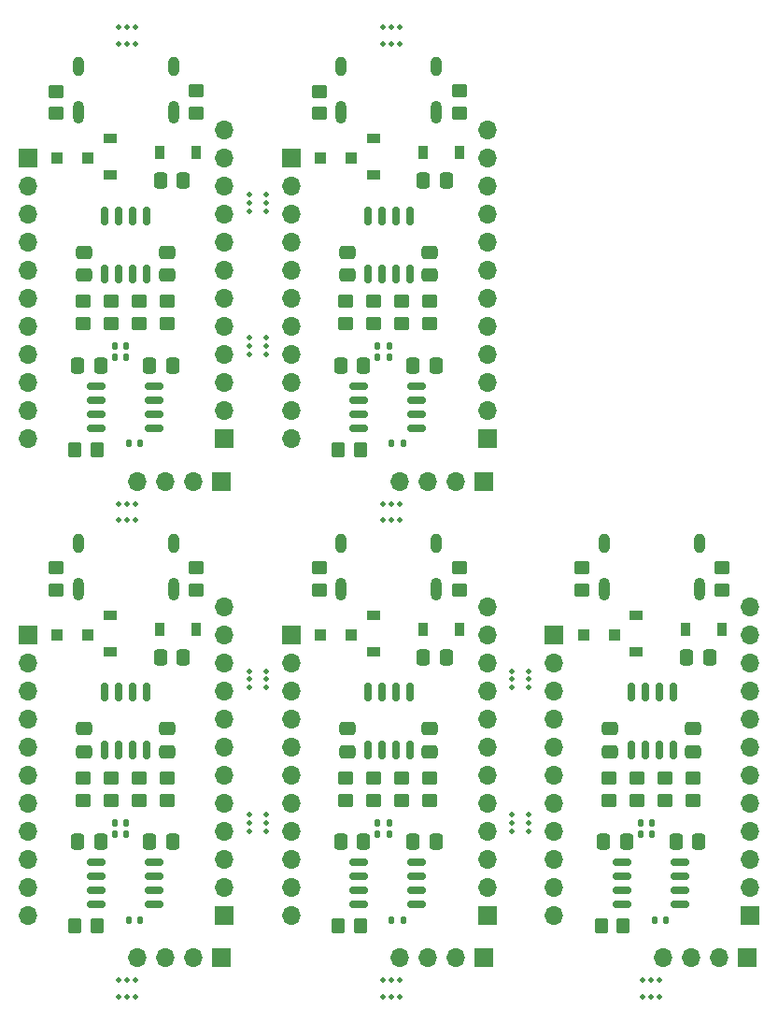
<source format=gbr>
%TF.GenerationSoftware,KiCad,Pcbnew,(6.0.8)*%
%TF.CreationDate,2023-03-28T10:40:47+02:00*%
%TF.ProjectId,Floppy Board v3.0,466c6f70-7079-4204-926f-617264207633,3.0*%
%TF.SameCoordinates,Original*%
%TF.FileFunction,Soldermask,Bot*%
%TF.FilePolarity,Negative*%
%FSLAX46Y46*%
G04 Gerber Fmt 4.6, Leading zero omitted, Abs format (unit mm)*
G04 Created by KiCad (PCBNEW (6.0.8)) date 2023-03-28 10:40:47*
%MOMM*%
%LPD*%
G01*
G04 APERTURE LIST*
G04 Aperture macros list*
%AMRoundRect*
0 Rectangle with rounded corners*
0 $1 Rounding radius*
0 $2 $3 $4 $5 $6 $7 $8 $9 X,Y pos of 4 corners*
0 Add a 4 corners polygon primitive as box body*
4,1,4,$2,$3,$4,$5,$6,$7,$8,$9,$2,$3,0*
0 Add four circle primitives for the rounded corners*
1,1,$1+$1,$2,$3*
1,1,$1+$1,$4,$5*
1,1,$1+$1,$6,$7*
1,1,$1+$1,$8,$9*
0 Add four rect primitives between the rounded corners*
20,1,$1+$1,$2,$3,$4,$5,0*
20,1,$1+$1,$4,$5,$6,$7,0*
20,1,$1+$1,$6,$7,$8,$9,0*
20,1,$1+$1,$8,$9,$2,$3,0*%
G04 Aperture macros list end*
%ADD10O,1.000000X2.100000*%
%ADD11O,1.000000X1.800000*%
%ADD12C,0.500000*%
%ADD13RoundRect,0.250000X0.450000X-0.350000X0.450000X0.350000X-0.450000X0.350000X-0.450000X-0.350000X0*%
%ADD14RoundRect,0.250000X0.337500X0.475000X-0.337500X0.475000X-0.337500X-0.475000X0.337500X-0.475000X0*%
%ADD15RoundRect,0.135000X0.135000X0.185000X-0.135000X0.185000X-0.135000X-0.185000X0.135000X-0.185000X0*%
%ADD16R,1.200000X0.900000*%
%ADD17R,1.700000X1.700000*%
%ADD18O,1.700000X1.700000*%
%ADD19RoundRect,0.250000X-0.337500X-0.475000X0.337500X-0.475000X0.337500X0.475000X-0.337500X0.475000X0*%
%ADD20RoundRect,0.250000X0.475000X-0.337500X0.475000X0.337500X-0.475000X0.337500X-0.475000X-0.337500X0*%
%ADD21RoundRect,0.135000X-0.135000X-0.185000X0.135000X-0.185000X0.135000X0.185000X-0.135000X0.185000X0*%
%ADD22RoundRect,0.250000X-0.450000X0.350000X-0.450000X-0.350000X0.450000X-0.350000X0.450000X0.350000X0*%
%ADD23R,0.900000X1.200000*%
%ADD24R,1.100000X1.100000*%
%ADD25RoundRect,0.150000X-0.150000X0.675000X-0.150000X-0.675000X0.150000X-0.675000X0.150000X0.675000X0*%
%ADD26RoundRect,0.250000X0.350000X0.450000X-0.350000X0.450000X-0.350000X-0.450000X0.350000X-0.450000X0*%
%ADD27RoundRect,0.150000X-0.675000X-0.150000X0.675000X-0.150000X0.675000X0.150000X-0.675000X0.150000X0*%
G04 APERTURE END LIST*
D10*
%TO.C,J18*%
X141795159Y-101990500D03*
D11*
X150435159Y-97810500D03*
X141795159Y-97810500D03*
D10*
X150435159Y-101990500D03*
%TD*%
D12*
%TO.C,mouse-bite-2mm-slot*%
X134948159Y-66255000D03*
X134948159Y-67005000D03*
X133448159Y-67755000D03*
X133448159Y-67005000D03*
X134948159Y-67755000D03*
X133448159Y-66255000D03*
%TD*%
%TO.C,mouse-bite-2mm-slot*%
X134948159Y-79255000D03*
X134948159Y-80005000D03*
X133448159Y-80755000D03*
X133448159Y-80005000D03*
X134948159Y-80755000D03*
X133448159Y-79255000D03*
%TD*%
%TO.C,mouse-bite-2mm-slot*%
X158792159Y-109403000D03*
X158792159Y-110153000D03*
X157292159Y-110903000D03*
X157292159Y-110153000D03*
X158792159Y-110903000D03*
X157292159Y-109403000D03*
%TD*%
%TO.C,mouse-bite-2mm-slot*%
X158792159Y-122403000D03*
X158792159Y-123153000D03*
X157292159Y-123903000D03*
X157292159Y-123153000D03*
X158792159Y-123903000D03*
X157292159Y-122403000D03*
%TD*%
%TO.C,mouse-bite-2mm-slot*%
X134948159Y-109403000D03*
X134948159Y-110153000D03*
X133448159Y-110903000D03*
X133448159Y-110153000D03*
X134948159Y-110903000D03*
X133448159Y-109403000D03*
%TD*%
%TO.C,mouse-bite-2mm-slot*%
X133448159Y-122403000D03*
X134948159Y-123903000D03*
X133448159Y-123153000D03*
X133448159Y-123903000D03*
X134948159Y-123153000D03*
X134948159Y-122403000D03*
%TD*%
%TO.C,mouse-bite-2mm-slot*%
X170604159Y-138903000D03*
X169854159Y-138903000D03*
X169104159Y-137403000D03*
X169854159Y-137403000D03*
X169104159Y-138903000D03*
X170604159Y-137403000D03*
%TD*%
%TO.C,mouse-bite-2mm-slot*%
X147104159Y-138903000D03*
X146354159Y-138903000D03*
X145604159Y-137403000D03*
X146354159Y-137403000D03*
X145604159Y-138903000D03*
X147104159Y-137403000D03*
%TD*%
%TO.C,mouse-bite-2mm-slot*%
X123104159Y-138903000D03*
X122354159Y-138903000D03*
X121604159Y-137403000D03*
X122354159Y-137403000D03*
X121604159Y-138903000D03*
X123104159Y-137403000D03*
%TD*%
%TO.C,mouse-bite-2mm-slot*%
X147104159Y-52607000D03*
X146354159Y-52607000D03*
X145604159Y-51107000D03*
X146354159Y-51107000D03*
X145604159Y-52607000D03*
X147104159Y-51107000D03*
%TD*%
%TO.C,mouse-bite-2mm-slot*%
X123104159Y-52607000D03*
X122354159Y-52607000D03*
X121604159Y-51107000D03*
X122354159Y-51107000D03*
X121604159Y-52607000D03*
X123104159Y-51107000D03*
%TD*%
%TO.C,mouse-bite-2mm-slot*%
X147104159Y-95755000D03*
X146354159Y-95755000D03*
X145604159Y-94255000D03*
X146354159Y-94255000D03*
X145604159Y-95755000D03*
X147104159Y-94255000D03*
%TD*%
%TO.C,mouse-bite-2mm-slot*%
X123104159Y-95755000D03*
X122354159Y-95755000D03*
X121604159Y-94255000D03*
X122354159Y-94255000D03*
X121604159Y-95755000D03*
X123104159Y-94255000D03*
%TD*%
D13*
%TO.C,R38*%
X173672559Y-121085600D03*
X173672559Y-119085600D03*
%TD*%
D14*
%TO.C,C54*%
X167648859Y-124878200D03*
X165573859Y-124878200D03*
%TD*%
D15*
%TO.C,JP16*%
X169966159Y-123151000D03*
X168946159Y-123151000D03*
%TD*%
D16*
%TO.C,D42*%
X168541759Y-104330600D03*
X168541759Y-107630600D03*
%TD*%
D13*
%TO.C,R41*%
X163614159Y-102069000D03*
X163614159Y-100069000D03*
%TD*%
D17*
%TO.C,J23*%
X161074159Y-106133000D03*
D18*
X161074159Y-108673000D03*
X161074159Y-111213000D03*
X161074159Y-113753000D03*
X161074159Y-116293000D03*
X161074159Y-118833000D03*
X161074159Y-121373000D03*
X161074159Y-123913000D03*
X161074159Y-126453000D03*
X161074159Y-128993000D03*
X161074159Y-131533000D03*
%TD*%
D13*
%TO.C,R37*%
X166052559Y-121085600D03*
X166052559Y-119085600D03*
%TD*%
D14*
%TO.C,C53*%
X174202059Y-124878200D03*
X172127059Y-124878200D03*
%TD*%
D19*
%TO.C,C56*%
X173092259Y-108165000D03*
X175167259Y-108165000D03*
%TD*%
D13*
%TO.C,R39*%
X171132559Y-121085600D03*
X171132559Y-119085600D03*
%TD*%
D20*
%TO.C,C59*%
X166154159Y-116720900D03*
X166154159Y-114645900D03*
%TD*%
D21*
%TO.C,JP18*%
X170216159Y-131939400D03*
X171236159Y-131939400D03*
%TD*%
D20*
%TO.C,C60*%
X173672559Y-116720900D03*
X173672559Y-114645900D03*
%TD*%
D22*
%TO.C,R42*%
X176314159Y-100037000D03*
X176314159Y-102037000D03*
%TD*%
D23*
%TO.C,D36*%
X173014159Y-105625000D03*
X176314159Y-105625000D03*
%TD*%
D24*
%TO.C,D39*%
X163738159Y-106133000D03*
X166538159Y-106133000D03*
%TD*%
D10*
%TO.C,J22*%
X165639159Y-101990500D03*
D11*
X174279159Y-97810500D03*
X165639159Y-97810500D03*
D10*
X174279159Y-101990500D03*
%TD*%
D17*
%TO.C,J21*%
X178590159Y-135375000D03*
D18*
X176050159Y-135375000D03*
X173510159Y-135375000D03*
X170970159Y-135375000D03*
%TD*%
D25*
%TO.C,U24*%
X168059159Y-111331200D03*
X169329159Y-111331200D03*
X170599159Y-111331200D03*
X171869159Y-111331200D03*
X171869159Y-116581200D03*
X170599159Y-116581200D03*
X169329159Y-116581200D03*
X168059159Y-116581200D03*
%TD*%
D26*
%TO.C,R36*%
X167357359Y-132498200D03*
X165357359Y-132498200D03*
%TD*%
D22*
%TO.C,R40*%
X168592559Y-119085600D03*
X168592559Y-121085600D03*
%TD*%
D15*
%TO.C,JP17*%
X169966159Y-124167000D03*
X168946159Y-124167000D03*
%TD*%
D17*
%TO.C,J24*%
X178854159Y-131533000D03*
D18*
X178854159Y-128993000D03*
X178854159Y-126453000D03*
X178854159Y-123913000D03*
X178854159Y-121373000D03*
X178854159Y-118833000D03*
X178854159Y-116293000D03*
X178854159Y-113753000D03*
X178854159Y-111213000D03*
X178854159Y-108673000D03*
X178854159Y-106133000D03*
X178854159Y-103593000D03*
%TD*%
D27*
%TO.C,U22*%
X167237559Y-130542400D03*
X167237559Y-129272400D03*
X167237559Y-128002400D03*
X167237559Y-126732400D03*
X172487559Y-126732400D03*
X172487559Y-128002400D03*
X172487559Y-129272400D03*
X172487559Y-130542400D03*
%TD*%
D13*
%TO.C,R31*%
X149828559Y-121085600D03*
X149828559Y-119085600D03*
%TD*%
D14*
%TO.C,C44*%
X143804859Y-124878200D03*
X141729859Y-124878200D03*
%TD*%
D15*
%TO.C,JP13*%
X146122159Y-123151000D03*
X145102159Y-123151000D03*
%TD*%
D16*
%TO.C,D35*%
X144697759Y-104330600D03*
X144697759Y-107630600D03*
%TD*%
D13*
%TO.C,R34*%
X139770159Y-102069000D03*
X139770159Y-100069000D03*
%TD*%
D17*
%TO.C,J19*%
X137230159Y-106133000D03*
D18*
X137230159Y-108673000D03*
X137230159Y-111213000D03*
X137230159Y-113753000D03*
X137230159Y-116293000D03*
X137230159Y-118833000D03*
X137230159Y-121373000D03*
X137230159Y-123913000D03*
X137230159Y-126453000D03*
X137230159Y-128993000D03*
X137230159Y-131533000D03*
%TD*%
D13*
%TO.C,R30*%
X142208559Y-121085600D03*
X142208559Y-119085600D03*
%TD*%
D14*
%TO.C,C43*%
X150358059Y-124878200D03*
X148283059Y-124878200D03*
%TD*%
D19*
%TO.C,C46*%
X149248259Y-108165000D03*
X151323259Y-108165000D03*
%TD*%
D13*
%TO.C,R32*%
X147288559Y-121085600D03*
X147288559Y-119085600D03*
%TD*%
D20*
%TO.C,C49*%
X142310159Y-116720900D03*
X142310159Y-114645900D03*
%TD*%
D21*
%TO.C,JP15*%
X146372159Y-131939400D03*
X147392159Y-131939400D03*
%TD*%
D20*
%TO.C,C50*%
X149828559Y-116720900D03*
X149828559Y-114645900D03*
%TD*%
D22*
%TO.C,R35*%
X152470159Y-100037000D03*
X152470159Y-102037000D03*
%TD*%
D23*
%TO.C,D29*%
X149170159Y-105625000D03*
X152470159Y-105625000D03*
%TD*%
D24*
%TO.C,D32*%
X139894159Y-106133000D03*
X142694159Y-106133000D03*
%TD*%
D17*
%TO.C,J17*%
X154746159Y-135375000D03*
D18*
X152206159Y-135375000D03*
X149666159Y-135375000D03*
X147126159Y-135375000D03*
%TD*%
D25*
%TO.C,U20*%
X144215159Y-111331200D03*
X145485159Y-111331200D03*
X146755159Y-111331200D03*
X148025159Y-111331200D03*
X148025159Y-116581200D03*
X146755159Y-116581200D03*
X145485159Y-116581200D03*
X144215159Y-116581200D03*
%TD*%
D26*
%TO.C,R29*%
X143513359Y-132498200D03*
X141513359Y-132498200D03*
%TD*%
D22*
%TO.C,R33*%
X144748559Y-119085600D03*
X144748559Y-121085600D03*
%TD*%
D15*
%TO.C,JP14*%
X146122159Y-124167000D03*
X145102159Y-124167000D03*
%TD*%
D17*
%TO.C,J20*%
X155010159Y-131533000D03*
D18*
X155010159Y-128993000D03*
X155010159Y-126453000D03*
X155010159Y-123913000D03*
X155010159Y-121373000D03*
X155010159Y-118833000D03*
X155010159Y-116293000D03*
X155010159Y-113753000D03*
X155010159Y-111213000D03*
X155010159Y-108673000D03*
X155010159Y-106133000D03*
X155010159Y-103593000D03*
%TD*%
D27*
%TO.C,U18*%
X143393559Y-130542400D03*
X143393559Y-129272400D03*
X143393559Y-128002400D03*
X143393559Y-126732400D03*
X148643559Y-126732400D03*
X148643559Y-128002400D03*
X148643559Y-129272400D03*
X148643559Y-130542400D03*
%TD*%
D13*
%TO.C,R24*%
X125984559Y-121085600D03*
X125984559Y-119085600D03*
%TD*%
D14*
%TO.C,C34*%
X119960859Y-124878200D03*
X117885859Y-124878200D03*
%TD*%
D15*
%TO.C,JP10*%
X122278159Y-123151000D03*
X121258159Y-123151000D03*
%TD*%
D16*
%TO.C,D28*%
X120853759Y-104330600D03*
X120853759Y-107630600D03*
%TD*%
D13*
%TO.C,R27*%
X115926159Y-102069000D03*
X115926159Y-100069000D03*
%TD*%
D17*
%TO.C,J15*%
X113386159Y-106133000D03*
D18*
X113386159Y-108673000D03*
X113386159Y-111213000D03*
X113386159Y-113753000D03*
X113386159Y-116293000D03*
X113386159Y-118833000D03*
X113386159Y-121373000D03*
X113386159Y-123913000D03*
X113386159Y-126453000D03*
X113386159Y-128993000D03*
X113386159Y-131533000D03*
%TD*%
D13*
%TO.C,R23*%
X118364559Y-121085600D03*
X118364559Y-119085600D03*
%TD*%
D14*
%TO.C,C33*%
X126514059Y-124878200D03*
X124439059Y-124878200D03*
%TD*%
D19*
%TO.C,C36*%
X125404259Y-108165000D03*
X127479259Y-108165000D03*
%TD*%
D13*
%TO.C,R25*%
X123444559Y-121085600D03*
X123444559Y-119085600D03*
%TD*%
D20*
%TO.C,C39*%
X118466159Y-116720900D03*
X118466159Y-114645900D03*
%TD*%
D21*
%TO.C,JP12*%
X122528159Y-131939400D03*
X123548159Y-131939400D03*
%TD*%
D20*
%TO.C,C40*%
X125984559Y-116720900D03*
X125984559Y-114645900D03*
%TD*%
D22*
%TO.C,R28*%
X128626159Y-100037000D03*
X128626159Y-102037000D03*
%TD*%
D23*
%TO.C,D22*%
X125326159Y-105625000D03*
X128626159Y-105625000D03*
%TD*%
D24*
%TO.C,D25*%
X116050159Y-106133000D03*
X118850159Y-106133000D03*
%TD*%
D10*
%TO.C,J14*%
X117951159Y-101990500D03*
D11*
X126591159Y-97810500D03*
X117951159Y-97810500D03*
D10*
X126591159Y-101990500D03*
%TD*%
D17*
%TO.C,J13*%
X130902159Y-135375000D03*
D18*
X128362159Y-135375000D03*
X125822159Y-135375000D03*
X123282159Y-135375000D03*
%TD*%
D25*
%TO.C,U16*%
X120371159Y-111331200D03*
X121641159Y-111331200D03*
X122911159Y-111331200D03*
X124181159Y-111331200D03*
X124181159Y-116581200D03*
X122911159Y-116581200D03*
X121641159Y-116581200D03*
X120371159Y-116581200D03*
%TD*%
D26*
%TO.C,R22*%
X119669359Y-132498200D03*
X117669359Y-132498200D03*
%TD*%
D22*
%TO.C,R26*%
X120904559Y-119085600D03*
X120904559Y-121085600D03*
%TD*%
D15*
%TO.C,JP11*%
X122278159Y-124167000D03*
X121258159Y-124167000D03*
%TD*%
D17*
%TO.C,J16*%
X131166159Y-131533000D03*
D18*
X131166159Y-128993000D03*
X131166159Y-126453000D03*
X131166159Y-123913000D03*
X131166159Y-121373000D03*
X131166159Y-118833000D03*
X131166159Y-116293000D03*
X131166159Y-113753000D03*
X131166159Y-111213000D03*
X131166159Y-108673000D03*
X131166159Y-106133000D03*
X131166159Y-103593000D03*
%TD*%
D27*
%TO.C,U14*%
X119549559Y-130542400D03*
X119549559Y-129272400D03*
X119549559Y-128002400D03*
X119549559Y-126732400D03*
X124799559Y-126732400D03*
X124799559Y-128002400D03*
X124799559Y-129272400D03*
X124799559Y-130542400D03*
%TD*%
D13*
%TO.C,R10*%
X149828559Y-77937600D03*
X149828559Y-75937600D03*
%TD*%
D14*
%TO.C,C14*%
X143804859Y-81730200D03*
X141729859Y-81730200D03*
%TD*%
D15*
%TO.C,JP4*%
X146122159Y-80003000D03*
X145102159Y-80003000D03*
%TD*%
D16*
%TO.C,D14*%
X144697759Y-61182600D03*
X144697759Y-64482600D03*
%TD*%
D13*
%TO.C,R13*%
X139770159Y-58921000D03*
X139770159Y-56921000D03*
%TD*%
D17*
%TO.C,J7*%
X137230159Y-62985000D03*
D18*
X137230159Y-65525000D03*
X137230159Y-68065000D03*
X137230159Y-70605000D03*
X137230159Y-73145000D03*
X137230159Y-75685000D03*
X137230159Y-78225000D03*
X137230159Y-80765000D03*
X137230159Y-83305000D03*
X137230159Y-85845000D03*
X137230159Y-88385000D03*
%TD*%
D13*
%TO.C,R9*%
X142208559Y-77937600D03*
X142208559Y-75937600D03*
%TD*%
D14*
%TO.C,C13*%
X150358059Y-81730200D03*
X148283059Y-81730200D03*
%TD*%
D19*
%TO.C,C16*%
X149248259Y-65017000D03*
X151323259Y-65017000D03*
%TD*%
D13*
%TO.C,R11*%
X147288559Y-77937600D03*
X147288559Y-75937600D03*
%TD*%
D20*
%TO.C,C19*%
X142310159Y-73572900D03*
X142310159Y-71497900D03*
%TD*%
D21*
%TO.C,JP6*%
X146372159Y-88791400D03*
X147392159Y-88791400D03*
%TD*%
D20*
%TO.C,C20*%
X149828559Y-73572900D03*
X149828559Y-71497900D03*
%TD*%
D22*
%TO.C,R14*%
X152470159Y-56889000D03*
X152470159Y-58889000D03*
%TD*%
D23*
%TO.C,D8*%
X149170159Y-62477000D03*
X152470159Y-62477000D03*
%TD*%
D24*
%TO.C,D11*%
X139894159Y-62985000D03*
X142694159Y-62985000D03*
%TD*%
D10*
%TO.C,J6*%
X141795159Y-58842500D03*
D11*
X150435159Y-54662500D03*
X141795159Y-54662500D03*
D10*
X150435159Y-58842500D03*
%TD*%
D17*
%TO.C,J5*%
X154746159Y-92227000D03*
D18*
X152206159Y-92227000D03*
X149666159Y-92227000D03*
X147126159Y-92227000D03*
%TD*%
D25*
%TO.C,U8*%
X144215159Y-68183200D03*
X145485159Y-68183200D03*
X146755159Y-68183200D03*
X148025159Y-68183200D03*
X148025159Y-73433200D03*
X146755159Y-73433200D03*
X145485159Y-73433200D03*
X144215159Y-73433200D03*
%TD*%
D26*
%TO.C,R8*%
X143513359Y-89350200D03*
X141513359Y-89350200D03*
%TD*%
D22*
%TO.C,R12*%
X144748559Y-75937600D03*
X144748559Y-77937600D03*
%TD*%
D15*
%TO.C,JP5*%
X146122159Y-81019000D03*
X145102159Y-81019000D03*
%TD*%
D17*
%TO.C,J8*%
X155010159Y-88385000D03*
D18*
X155010159Y-85845000D03*
X155010159Y-83305000D03*
X155010159Y-80765000D03*
X155010159Y-78225000D03*
X155010159Y-75685000D03*
X155010159Y-73145000D03*
X155010159Y-70605000D03*
X155010159Y-68065000D03*
X155010159Y-65525000D03*
X155010159Y-62985000D03*
X155010159Y-60445000D03*
%TD*%
D27*
%TO.C,U6*%
X143393559Y-87394400D03*
X143393559Y-86124400D03*
X143393559Y-84854400D03*
X143393559Y-83584400D03*
X148643559Y-83584400D03*
X148643559Y-84854400D03*
X148643559Y-86124400D03*
X148643559Y-87394400D03*
%TD*%
D10*
%TO.C,J2*%
X117951159Y-58842500D03*
D11*
X126591159Y-54662500D03*
X117951159Y-54662500D03*
D10*
X126591159Y-58842500D03*
%TD*%
D17*
%TO.C,J1*%
X130902159Y-92227000D03*
D18*
X128362159Y-92227000D03*
X125822159Y-92227000D03*
X123282159Y-92227000D03*
%TD*%
D17*
%TO.C,J4*%
X131166159Y-88385000D03*
D18*
X131166159Y-85845000D03*
X131166159Y-83305000D03*
X131166159Y-80765000D03*
X131166159Y-78225000D03*
X131166159Y-75685000D03*
X131166159Y-73145000D03*
X131166159Y-70605000D03*
X131166159Y-68065000D03*
X131166159Y-65525000D03*
X131166159Y-62985000D03*
X131166159Y-60445000D03*
%TD*%
D24*
%TO.C,D4*%
X116050159Y-62985000D03*
X118850159Y-62985000D03*
%TD*%
D15*
%TO.C,JP2*%
X122278159Y-81019000D03*
X121258159Y-81019000D03*
%TD*%
D21*
%TO.C,JP3*%
X122528159Y-88791400D03*
X123548159Y-88791400D03*
%TD*%
D22*
%TO.C,R7*%
X128626159Y-56889000D03*
X128626159Y-58889000D03*
%TD*%
D23*
%TO.C,D1*%
X125326159Y-62477000D03*
X128626159Y-62477000D03*
%TD*%
D20*
%TO.C,C10*%
X125984559Y-73572900D03*
X125984559Y-71497900D03*
%TD*%
%TO.C,C9*%
X118466159Y-73572900D03*
X118466159Y-71497900D03*
%TD*%
D27*
%TO.C,U2*%
X119549559Y-87394400D03*
X119549559Y-86124400D03*
X119549559Y-84854400D03*
X119549559Y-83584400D03*
X124799559Y-83584400D03*
X124799559Y-84854400D03*
X124799559Y-86124400D03*
X124799559Y-87394400D03*
%TD*%
D22*
%TO.C,R5*%
X120904559Y-75937600D03*
X120904559Y-77937600D03*
%TD*%
D26*
%TO.C,R1*%
X119669359Y-89350200D03*
X117669359Y-89350200D03*
%TD*%
D25*
%TO.C,U4*%
X120371159Y-68183200D03*
X121641159Y-68183200D03*
X122911159Y-68183200D03*
X124181159Y-68183200D03*
X124181159Y-73433200D03*
X122911159Y-73433200D03*
X121641159Y-73433200D03*
X120371159Y-73433200D03*
%TD*%
D14*
%TO.C,C3*%
X126514059Y-81730200D03*
X124439059Y-81730200D03*
%TD*%
D13*
%TO.C,R6*%
X115926159Y-58921000D03*
X115926159Y-56921000D03*
%TD*%
D19*
%TO.C,C6*%
X125404259Y-65017000D03*
X127479259Y-65017000D03*
%TD*%
D13*
%TO.C,R2*%
X118364559Y-77937600D03*
X118364559Y-75937600D03*
%TD*%
D17*
%TO.C,J3*%
X113386159Y-62985000D03*
D18*
X113386159Y-65525000D03*
X113386159Y-68065000D03*
X113386159Y-70605000D03*
X113386159Y-73145000D03*
X113386159Y-75685000D03*
X113386159Y-78225000D03*
X113386159Y-80765000D03*
X113386159Y-83305000D03*
X113386159Y-85845000D03*
X113386159Y-88385000D03*
%TD*%
D13*
%TO.C,R4*%
X123444559Y-77937600D03*
X123444559Y-75937600D03*
%TD*%
D16*
%TO.C,D7*%
X120853759Y-61182600D03*
X120853759Y-64482600D03*
%TD*%
D15*
%TO.C,JP1*%
X122278159Y-80003000D03*
X121258159Y-80003000D03*
%TD*%
D14*
%TO.C,C4*%
X119960859Y-81730200D03*
X117885859Y-81730200D03*
%TD*%
D13*
%TO.C,R3*%
X125984559Y-77937600D03*
X125984559Y-75937600D03*
%TD*%
M02*

</source>
